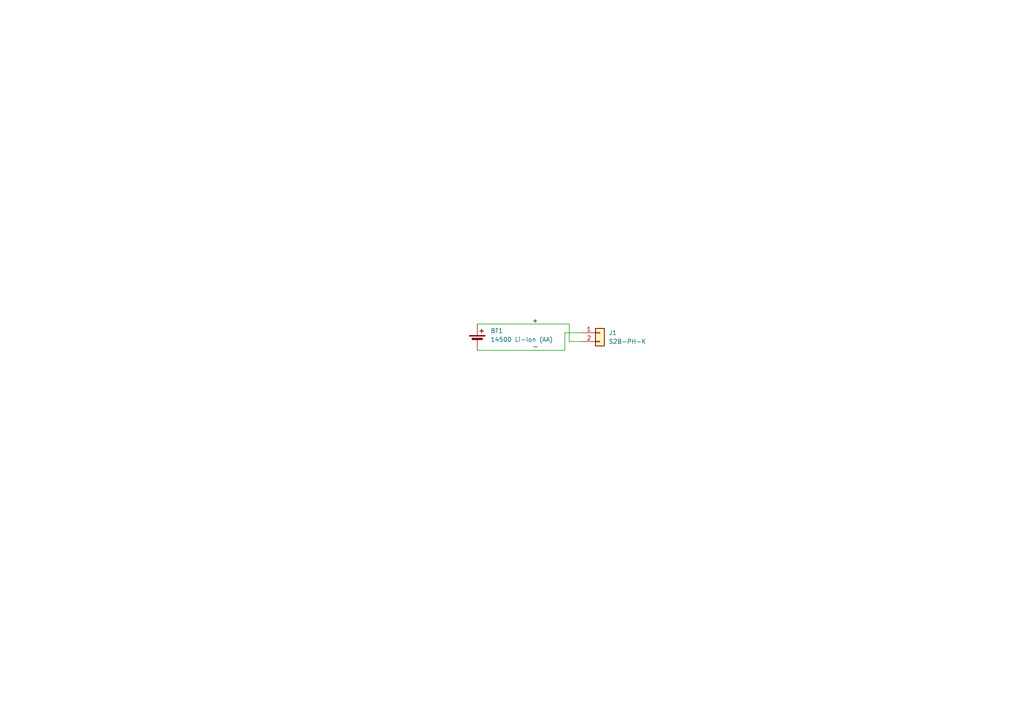
<source format=kicad_sch>
(kicad_sch (version 20250114) (generator "eeschema") (generator_version "9.0")
  (paper "A4")
  (lib_symbols
    (symbol "Connector_Generic:Conn_01x02" (pin_names (offset 1.016) (hide yes))
      (property "Reference" "J" (at 0 2.54 0))
      (property "Value" "Conn_01x02" (at 0 -5.08 0))
      (symbol "Conn_01x02_1_1"
        (rectangle (start -1.27 1.27) (end 1.27 -3.81) (stroke (width 0.254)) (fill (type background)))
        (rectangle (start -1.27 0.127) (end 0 -0.127) (stroke (width 0.1524)))
        (rectangle (start -1.27 -2.413) (end 0 -2.667) (stroke (width 0.1524)))
        (pin passive line (at -5.08 0 0) (length 3.81) (name "Pin_1") (number "1"))
        (pin passive line (at -5.08 -2.54 0) (length 3.81) (name "Pin_2") (number "2"))
      )
    )
    (symbol "Device:Battery_Cell" (pin_numbers (hide yes)) (pin_names (offset 0) (hide yes))
      (property "Reference" "BT" (at 2.54 2.54 0))
      (property "Value" "Battery_Cell" (at 2.54 0 0))
      (symbol "Battery_Cell_0_1"
        (rectangle (start -2.286 1.778) (end 2.286 1.524) (fill (type outline)))
        (rectangle (start -1.524 1.016) (end 1.524 0.508) (fill (type outline)))
        (polyline (pts (xy 0 1.778) (xy 0 2.54)))
        (polyline (pts (xy 0 0.762) (xy 0 0)))
        (polyline (pts (xy 0.762 3.048) (xy 1.778 3.048)) (stroke (width 0.254)))
        (polyline (pts (xy 1.27 3.556) (xy 1.27 2.54)) (stroke (width 0.254)))
      )
      (symbol "Battery_Cell_1_1"
        (pin passive line (at 0 5.08 270) (length 2.54) (name "+") (number "1"))
        (pin passive line (at 0 -2.54 90) (length 2.54) (name "-") (number "2"))
      )
    )
  )
  (wire (pts (xy 138.43 101.6) (xy 163.83 101.6)))
  (wire (pts (xy 138.43 93.98) (xy 165.1 93.98)))
  (wire (pts (xy 165.1 93.98) (xy 165.1 99.06)))
  (wire (pts (xy 163.83 101.6) (xy 163.83 96.52)))
  (wire (pts (xy 163.83 96.52) (xy 168.91 96.52)))
  (wire (pts (xy 165.1 99.06) (xy 168.91 99.06)))
  (label "+" (at 156.21 93.98 90))
  (label "-" (at 156.21 101.6 180))
  (symbol (lib_id "Device:Battery_Cell") (at 138.43 99.06 0) (unit 1)
    (property "Reference" "BT1" (at 142.24 95.9484 0) (effects (justify left)))
    (property "Value" "14500 Li-Ion (AA)" (at 142.24 98.4884 0) (effects (justify left)))
    (property "Footprint" "Custom:BatteryHolder_Keystone_2460_1xAA" (effects (hide yes)))
    (property "Description" "Single-cell battery" (effects (hide yes)))
  )
  (symbol (lib_id "Connector_Generic:Conn_01x02") (at 173.99 96.52 0) (unit 1)
    (property "Reference" "J1" (at 176.53 96.5199 0) (effects (justify left)))
    (property "Value" "S2B-PH-K" (at 176.53 99.0599 0) (effects (justify left)))
    (property "Footprint" "Connector_JST:JST_PH_S2B-PH-K_1x02_P2.00mm_Horizontal" (effects (hide yes)))
    (property "Description" "Generic connector, single row, 01x02, script generated (kicad-library-utils/schlib/autogen/connector/)" (effects (hide yes)))
  )
)
</source>
